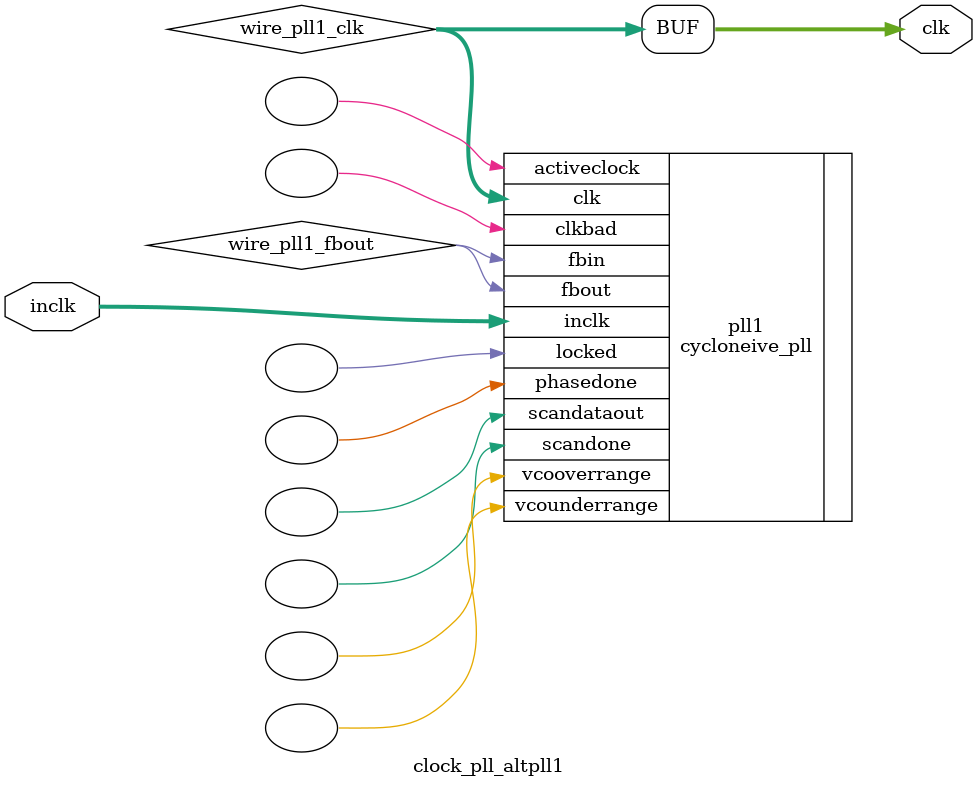
<source format=v>






//synthesis_resources = cycloneive_pll 1 
//synopsys translate_off
`timescale 1 ps / 1 ps
//synopsys translate_on
module  clock_pll_altpll1
	( 
	clk,
	inclk) /* synthesis synthesis_clearbox=1 */;
	output   [4:0]  clk;
	input   [1:0]  inclk;
`ifndef ALTERA_RESERVED_QIS
// synopsys translate_off
`endif
	tri0   [1:0]  inclk;
`ifndef ALTERA_RESERVED_QIS
// synopsys translate_on
`endif

	wire  [4:0]   wire_pll1_clk;
	wire  wire_pll1_fbout;

	cycloneive_pll   pll1
	( 
	.activeclock(),
	.clk(wire_pll1_clk),
	.clkbad(),
	.fbin(wire_pll1_fbout),
	.fbout(wire_pll1_fbout),
	.inclk(inclk),
	.locked(),
	.phasedone(),
	.scandataout(),
	.scandone(),
	.vcooverrange(),
	.vcounderrange()
	`ifndef FORMAL_VERIFICATION
	// synopsys translate_off
	`endif
	,
	.areset(1'b0),
	.clkswitch(1'b0),
	.configupdate(1'b0),
	.pfdena(1'b1),
	.phasecounterselect({3{1'b0}}),
	.phasestep(1'b0),
	.phaseupdown(1'b0),
	.scanclk(1'b0),
	.scanclkena(1'b1),
	.scandata(1'b0)
	`ifndef FORMAL_VERIFICATION
	// synopsys translate_on
	`endif
	);
	defparam
		pll1.bandwidth_type = "auto",
		pll1.clk0_divide_by = 1,
		pll1.clk0_duty_cycle = 50,
		pll1.clk0_multiply_by = 2,
		pll1.clk0_phase_shift = "0",
		pll1.clk1_divide_by = 2,
		pll1.clk1_duty_cycle = 50,
		pll1.clk1_multiply_by = 1,
		pll1.clk1_phase_shift = "0",
		pll1.clk2_divide_by = 4,
		pll1.clk2_duty_cycle = 50,
		pll1.clk2_multiply_by = 1,
		pll1.clk2_phase_shift = "0",
		pll1.compensate_clock = "clk0",
		pll1.inclk0_input_frequency = 20000,
		pll1.operation_mode = "normal",
		pll1.pll_type = "auto",
		pll1.lpm_type = "cycloneive_pll";
	assign
		clk = {wire_pll1_clk[4:0]};
endmodule //clock_pll_altpll1
//VALID FILE

</source>
